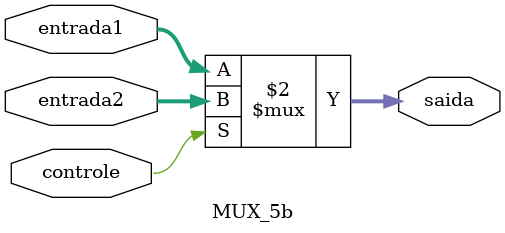
<source format=v>
module MUX_32b (controle,entrada1,entrada2,saida);
  input controle;
  input [31:0]entrada1;
  input [31:0]entrada2;
  output [31:0]saida;
  assign saida = (controle == 0) ? entrada1 : entrada2;
endmodule //MUX_32b

//Mux de 2 entradas de 5bits
module MUX_5b (controle,entrada1,entrada2,saida);
  input controle;
  input [4:0]entrada1;
  input [4:0]entrada2;
  output [4:0]saida;
  assign saida = (controle == 0) ? entrada1 : entrada2;
endmodule //MUX_5b

</source>
